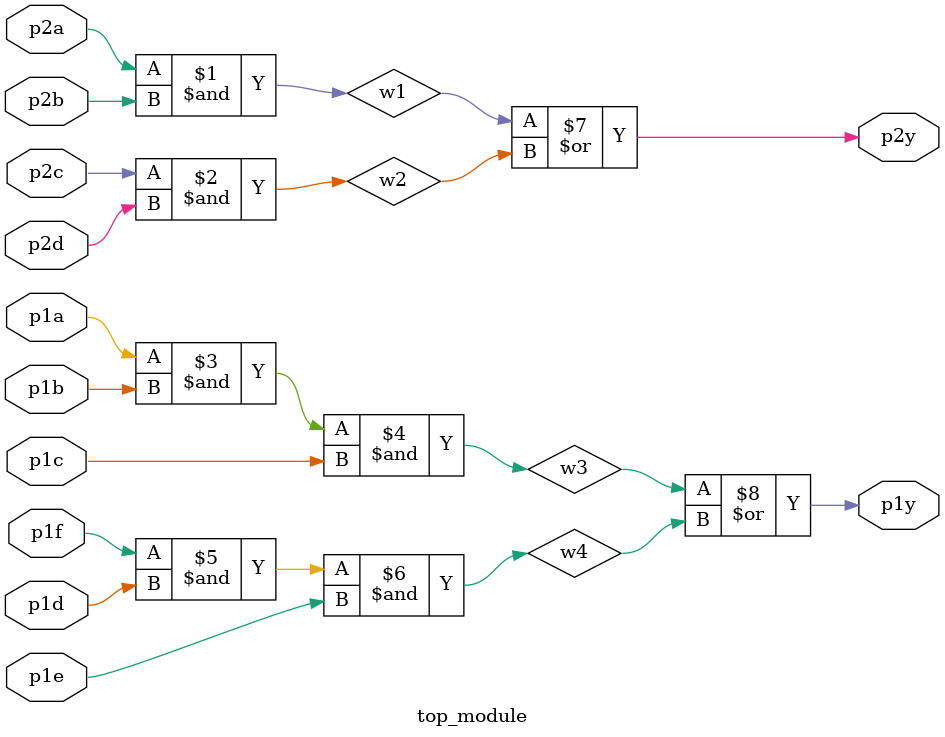
<source format=v>

module top_module ( 
    input p1a, p1b, p1c, p1d, p1e, p1f,
    output p1y,
    input p2a, p2b, p2c, p2d,
    output p2y );
    wire w1,w2,w3,w4;
    assign w1=p2a&p2b;
    assign w2=p2c&p2d;
    assign w3=p1a&p1b&p1c;
    assign w4=p1f&p1d&p1e;
    assign p2y=w1|w2;
    assign p1y=w3|w4;
    


endmodule


</source>
